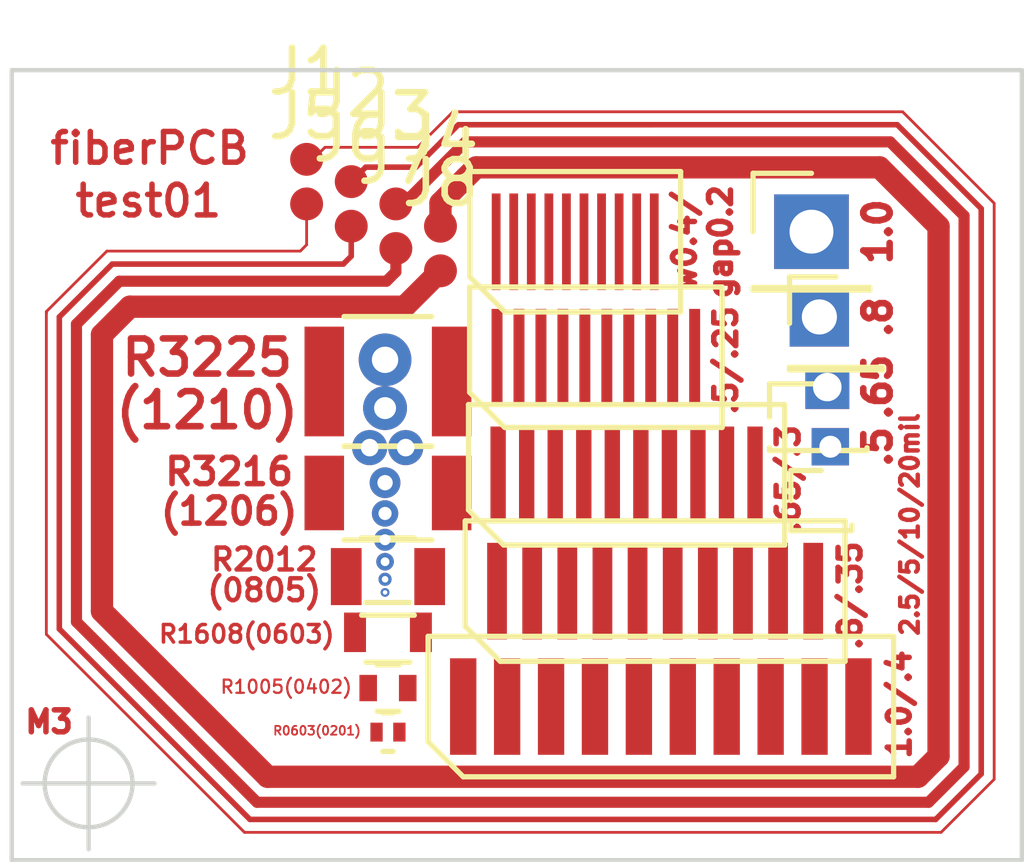
<source format=kicad_pcb>
(kicad_pcb (version 20171130) (host pcbnew "(5.1.6-0-10_14)")

  (general
    (thickness 1.6)
    (drawings 29)
    (tracks 67)
    (zones 0)
    (modules 23)
    (nets 5)
  )

  (page A4)
  (layers
    (0 F.Cu signal)
    (31 B.Cu signal)
    (32 B.Adhes user)
    (33 F.Adhes user)
    (34 B.Paste user)
    (35 F.Paste user)
    (36 B.SilkS user)
    (37 F.SilkS user hide)
    (38 B.Mask user)
    (39 F.Mask user)
    (40 Dwgs.User user)
    (41 Cmts.User user)
    (42 Eco1.User user)
    (43 Eco2.User user)
    (44 Edge.Cuts user)
    (45 Margin user)
    (46 B.CrtYd user hide)
    (47 F.CrtYd user hide)
    (48 B.Fab user hide)
    (49 F.Fab user hide)
  )

  (setup
    (last_trace_width 0.25)
    (user_trace_width 0.0635)
    (user_trace_width 0.127)
    (user_trace_width 0.254)
    (user_trace_width 0.508)
    (trace_clearance 0.2)
    (zone_clearance 0.508)
    (zone_45_only no)
    (trace_min 0.0254)
    (via_size 0.8)
    (via_drill 0.4)
    (via_min_size 0.0254)
    (via_min_drill 0.3)
    (uvia_size 0.3)
    (uvia_drill 0.1)
    (uvias_allowed no)
    (uvia_min_size 0.0254)
    (uvia_min_drill 0.1)
    (edge_width 0.1)
    (segment_width 0.2)
    (pcb_text_width 0.3)
    (pcb_text_size 1.5 1.5)
    (mod_edge_width 0.15)
    (mod_text_size 1 1)
    (mod_text_width 0.15)
    (pad_size 1.7 1.7)
    (pad_drill 1)
    (pad_to_mask_clearance 0)
    (aux_axis_origin 0 0)
    (visible_elements FFFFFF7F)
    (pcbplotparams
      (layerselection 0x010fc_ffffffff)
      (usegerberextensions false)
      (usegerberattributes true)
      (usegerberadvancedattributes true)
      (creategerberjobfile true)
      (excludeedgelayer true)
      (linewidth 0.100000)
      (plotframeref false)
      (viasonmask false)
      (mode 1)
      (useauxorigin false)
      (hpglpennumber 1)
      (hpglpenspeed 20)
      (hpglpendiameter 15.000000)
      (psnegative false)
      (psa4output false)
      (plotreference true)
      (plotvalue true)
      (plotinvisibletext false)
      (padsonsilk false)
      (subtractmaskfromsilk false)
      (outputformat 1)
      (mirror false)
      (drillshape 1)
      (scaleselection 1)
      (outputdirectory ""))
  )

  (net 0 "")
  (net 1 "Net-(J1-Pad1)")
  (net 2 "Net-(J2-Pad1)")
  (net 3 "Net-(J3-Pad1)")
  (net 4 "Net-(J4-Pad1)")

  (net_class Default "This is the default net class."
    (clearance 0.2)
    (trace_width 0.25)
    (via_dia 0.8)
    (via_drill 0.4)
    (uvia_dia 0.3)
    (uvia_drill 0.1)
    (add_net "Net-(J1-Pad1)")
    (add_net "Net-(J2-Pad1)")
    (add_net "Net-(J3-Pad1)")
    (add_net "Net-(J4-Pad1)")
  )

  (module Pin_Headers:Pin_Header_Straight_1x01_Pitch2.54mm (layer F.Cu) (tedit 6009FC26) (tstamp 600956D1)
    (at 165.21 41.68)
    (descr "Through hole straight pin header, 1x01, 2.54mm pitch, single row")
    (tags "Through hole pin header THT 1x01 2.54mm single row")
    (path /600C2F8F)
    (fp_text reference PH_Pitch2.54 (at 0 -2.33) (layer F.SilkS) hide
      (effects (font (size 1 1) (thickness 0.15)))
    )
    (fp_text value Conn_01x01_Male (at 0 2.33) (layer F.Fab)
      (effects (font (size 1 1) (thickness 0.15)))
    )
    (fp_line (start 1.8 -1.8) (end -1.8 -1.8) (layer F.CrtYd) (width 0.05))
    (fp_line (start 1.8 1.8) (end 1.8 -1.8) (layer F.CrtYd) (width 0.05))
    (fp_line (start -1.8 1.8) (end 1.8 1.8) (layer F.CrtYd) (width 0.05))
    (fp_line (start -1.8 -1.8) (end -1.8 1.8) (layer F.CrtYd) (width 0.05))
    (fp_line (start -1.33 -1.33) (end 0 -1.33) (layer F.SilkS) (width 0.12))
    (fp_line (start -1.33 0) (end -1.33 -1.33) (layer F.SilkS) (width 0.12))
    (fp_line (start -1.33 1.27) (end 1.33 1.27) (layer F.SilkS) (width 0.12))
    (fp_line (start 1.33 1.27) (end 1.33 1.33) (layer F.SilkS) (width 0.12))
    (fp_line (start -1.33 1.27) (end -1.33 1.33) (layer F.SilkS) (width 0.12))
    (fp_line (start -1.33 1.33) (end 1.33 1.33) (layer F.SilkS) (width 0.12))
    (fp_line (start -1.27 -0.635) (end -0.635 -1.27) (layer F.Fab) (width 0.1))
    (fp_line (start -1.27 1.27) (end -1.27 -0.635) (layer F.Fab) (width 0.1))
    (fp_line (start 1.27 1.27) (end -1.27 1.27) (layer F.Fab) (width 0.1))
    (fp_line (start 1.27 -1.27) (end 1.27 1.27) (layer F.Fab) (width 0.1))
    (fp_line (start -0.635 -1.27) (end 1.27 -1.27) (layer F.Fab) (width 0.1))
    (fp_text user %R (at 0 0 -270) (layer F.Fab)
      (effects (font (size 1 1) (thickness 0.15)))
    )
    (pad 1 thru_hole rect (at 0 0) (size 1.7 1.7) (drill 1) (layers *.Cu *.Mask))
    (model ${KISYS3DMOD}/Pin_Headers.3dshapes/Pin_Header_Straight_1x01_Pitch2.54mm.wrl
      (at (xyz 0 0 0))
      (scale (xyz 1 1 1))
      (rotate (xyz 0 0 0))
    )
  )

  (module fiberPCB:Checkpoint (layer F.Cu) (tedit 6009EEEC) (tstamp 6009231A)
    (at 156.762 42.572)
    (descr "Circular Fiducial, 0.75mm bare copper top; 1.5mm keepout (Level B)")
    (tags marker)
    (path /60097B96)
    (attr virtual)
    (fp_text reference J8 (at 0 -2) (layer F.SilkS)
      (effects (font (size 1 1) (thickness 0.15)))
    )
    (fp_text value Conn_01x01_Male (at 0 2) (layer F.Fab)
      (effects (font (size 1 1) (thickness 0.15)))
    )
    (fp_circle (center 0 0) (end 0.75 0) (layer F.Fab) (width 0.1))
    (fp_circle (center 0 0) (end 1 0) (layer F.CrtYd) (width 0.05))
    (fp_text user %R (at 0 0) (layer F.Fab)
      (effects (font (size 0.3 0.3) (thickness 0.05)))
    )
    (pad 1 smd circle (at 0 0) (size 0.75 0.75) (layers F.Cu F.Mask)
      (net 4 "Net-(J4-Pad1)") (solder_mask_margin 0.375) (clearance 0.375))
  )

  (module fiberPCB:Checkpoint (layer F.Cu) (tedit 6009EEEC) (tstamp 60092312)
    (at 155.746 42.064)
    (descr "Circular Fiducial, 0.75mm bare copper top; 1.5mm keepout (Level B)")
    (tags marker)
    (path /60096F18)
    (attr virtual)
    (fp_text reference J7 (at 0 -2) (layer F.SilkS)
      (effects (font (size 1 1) (thickness 0.15)))
    )
    (fp_text value Conn_01x01_Male (at 0 2) (layer F.Fab)
      (effects (font (size 1 1) (thickness 0.15)))
    )
    (fp_circle (center 0 0) (end 0.75 0) (layer F.Fab) (width 0.1))
    (fp_circle (center 0 0) (end 1 0) (layer F.CrtYd) (width 0.05))
    (fp_text user %R (at 0 0) (layer F.Fab)
      (effects (font (size 0.3 0.3) (thickness 0.05)))
    )
    (pad 1 smd circle (at 0 0) (size 0.75 0.75) (layers F.Cu F.Mask)
      (net 3 "Net-(J3-Pad1)") (solder_mask_margin 0.375) (clearance 0.375))
  )

  (module fiberPCB:Checkpoint (layer F.Cu) (tedit 6009EEEC) (tstamp 6009230A)
    (at 154.73 41.556)
    (descr "Circular Fiducial, 0.75mm bare copper top; 1.5mm keepout (Level B)")
    (tags marker)
    (path /60095C68)
    (attr virtual)
    (fp_text reference J6 (at 0 -2) (layer F.SilkS)
      (effects (font (size 1 1) (thickness 0.15)))
    )
    (fp_text value Conn_01x01_Male (at 0 2) (layer F.Fab)
      (effects (font (size 1 1) (thickness 0.15)))
    )
    (fp_circle (center 0 0) (end 0.75 0) (layer F.Fab) (width 0.1))
    (fp_circle (center 0 0) (end 1 0) (layer F.CrtYd) (width 0.05))
    (fp_text user %R (at 0 0) (layer F.Fab)
      (effects (font (size 0.3 0.3) (thickness 0.05)))
    )
    (pad 1 smd circle (at 0 0) (size 0.75 0.75) (layers F.Cu F.Mask)
      (net 2 "Net-(J2-Pad1)") (solder_mask_margin 0.375) (clearance 0.375))
  )

  (module fiberPCB:Checkpoint (layer F.Cu) (tedit 6009EEEC) (tstamp 60092302)
    (at 153.714 41.048)
    (descr "Circular Fiducial, 0.75mm bare copper top; 1.5mm keepout (Level B)")
    (tags marker)
    (path /600940F3)
    (attr virtual)
    (fp_text reference J5 (at 0 -2) (layer F.SilkS)
      (effects (font (size 1 1) (thickness 0.15)))
    )
    (fp_text value Conn_01x01_Male (at 0 2) (layer F.Fab)
      (effects (font (size 1 1) (thickness 0.15)))
    )
    (fp_circle (center 0 0) (end 0.75 0) (layer F.Fab) (width 0.1))
    (fp_circle (center 0 0) (end 1 0) (layer F.CrtYd) (width 0.05))
    (fp_text user %R (at 0 0) (layer F.Fab)
      (effects (font (size 0.3 0.3) (thickness 0.05)))
    )
    (pad 1 smd circle (at 0 0) (size 0.75 0.75) (layers F.Cu F.Mask)
      (net 1 "Net-(J1-Pad1)") (solder_mask_margin 0.375) (clearance 0.375))
  )

  (module fiberPCB:Checkpoint (layer F.Cu) (tedit 6009EEEC) (tstamp 600922FA)
    (at 156.762 41.556)
    (descr "Circular Fiducial, 0.75mm bare copper top; 1.5mm keepout (Level B)")
    (tags marker)
    (path /60097B8C)
    (attr virtual)
    (fp_text reference J4 (at 0 -2) (layer F.SilkS)
      (effects (font (size 1 1) (thickness 0.15)))
    )
    (fp_text value Conn_01x01_Male (at 0 2) (layer F.Fab)
      (effects (font (size 1 1) (thickness 0.15)))
    )
    (fp_circle (center 0 0) (end 0.75 0) (layer F.Fab) (width 0.1))
    (fp_circle (center 0 0) (end 1 0) (layer F.CrtYd) (width 0.05))
    (fp_text user %R (at 0 0) (layer F.Fab)
      (effects (font (size 0.3 0.3) (thickness 0.05)))
    )
    (pad 1 smd circle (at 0 0) (size 0.75 0.75) (layers F.Cu F.Mask)
      (net 4 "Net-(J4-Pad1)") (solder_mask_margin 0.375) (clearance 0.375))
  )

  (module fiberPCB:Checkpoint (layer F.Cu) (tedit 6009EEEC) (tstamp 600922F2)
    (at 155.746 41.048)
    (descr "Circular Fiducial, 0.75mm bare copper top; 1.5mm keepout (Level B)")
    (tags marker)
    (path /60096F0E)
    (attr virtual)
    (fp_text reference J3 (at 0 -2) (layer F.SilkS)
      (effects (font (size 1 1) (thickness 0.15)))
    )
    (fp_text value Conn_01x01_Male (at 0 2) (layer F.Fab)
      (effects (font (size 1 1) (thickness 0.15)))
    )
    (fp_circle (center 0 0) (end 0.75 0) (layer F.Fab) (width 0.1))
    (fp_circle (center 0 0) (end 1 0) (layer F.CrtYd) (width 0.05))
    (fp_text user %R (at 0 0) (layer F.Fab)
      (effects (font (size 0.3 0.3) (thickness 0.05)))
    )
    (pad 1 smd circle (at 0 0) (size 0.75 0.75) (layers F.Cu F.Mask)
      (net 3 "Net-(J3-Pad1)") (solder_mask_margin 0.375) (clearance 0.375))
  )

  (module fiberPCB:Checkpoint (layer F.Cu) (tedit 6009EEEC) (tstamp 600922EA)
    (at 154.73 40.54)
    (descr "Circular Fiducial, 0.75mm bare copper top; 1.5mm keepout (Level B)")
    (tags marker)
    (path /60095C5E)
    (attr virtual)
    (fp_text reference J2 (at 0 -2) (layer F.SilkS)
      (effects (font (size 1 1) (thickness 0.15)))
    )
    (fp_text value Conn_01x01_Male (at 0 2) (layer F.Fab)
      (effects (font (size 1 1) (thickness 0.15)))
    )
    (fp_circle (center 0 0) (end 0.75 0) (layer F.Fab) (width 0.1))
    (fp_circle (center 0 0) (end 1 0) (layer F.CrtYd) (width 0.05))
    (fp_text user %R (at 0 0) (layer F.Fab)
      (effects (font (size 0.3 0.3) (thickness 0.05)))
    )
    (pad 1 smd circle (at 0 0) (size 0.75 0.75) (layers F.Cu F.Mask)
      (net 2 "Net-(J2-Pad1)") (solder_mask_margin 0.375) (clearance 0.375))
  )

  (module fiberPCB:Checkpoint (layer F.Cu) (tedit 6009EEEC) (tstamp 60092526)
    (at 153.714 40.032)
    (descr "Circular Fiducial, 0.75mm bare copper top; 1.5mm keepout (Level B)")
    (tags marker)
    (path /60093B36)
    (attr virtual)
    (fp_text reference J1 (at 0 -2) (layer F.SilkS)
      (effects (font (size 1 1) (thickness 0.15)))
    )
    (fp_text value Conn_01x01_Male (at 0 2) (layer F.Fab)
      (effects (font (size 1 1) (thickness 0.15)))
    )
    (fp_circle (center 0 0) (end 0.75 0) (layer F.Fab) (width 0.1))
    (fp_circle (center 0 0) (end 1 0) (layer F.CrtYd) (width 0.05))
    (fp_text user %R (at 0 0) (layer F.Fab)
      (effects (font (size 0.3 0.3) (thickness 0.05)))
    )
    (pad 1 smd circle (at 0 0) (size 0.75 0.75) (layers F.Cu F.Mask)
      (net 1 "Net-(J1-Pad1)") (solder_mask_margin 0.375) (clearance 0.375))
  )

  (module fiberPCB:SOIC-10-0.4-gap0.2 (layer F.Cu) (tedit 0) (tstamp 60095669)
    (at 159.83 41.91)
    (path /600C47A1)
    (attr smd)
    (fp_text reference P.1 (at 0 2.6) (layer F.SilkS) hide
      (effects (font (size 1 1) (thickness 0.15)))
    )
    (fp_text value Conn_01x10_Male (at 0 -2.6) (layer F.Fab)
      (effects (font (size 1 1) (thickness 0.15)))
    )
    (fp_line (start -1.6 1.6) (end -2.4 0.8) (layer F.SilkS) (width 0.12))
    (fp_line (start -2.4 0.8) (end -2.4 -1.6) (layer F.SilkS) (width 0.12))
    (fp_line (start -2.4 -1.6) (end 2.4 -1.6) (layer F.SilkS) (width 0.12))
    (fp_line (start 2.4 -1.6) (end 2.4 1.6) (layer F.SilkS) (width 0.12))
    (fp_line (start 2.4 1.6) (end -1.6 1.6) (layer F.SilkS) (width 0.12))
    (fp_line (start -2.15 -1.35) (end 2.15 -1.35) (layer F.CrtYd) (width 0.05))
    (fp_line (start 2.15 -1.35) (end 2.15 1.35) (layer F.CrtYd) (width 0.05))
    (fp_line (start 2.15 1.35) (end -2.15 1.35) (layer F.CrtYd) (width 0.05))
    (fp_line (start -2.15 1.35) (end -2.15 -1.35) (layer F.CrtYd) (width 0.05))
    (pad 10 smd rect (at 1.8 0) (size 0.2 2.2) (layers F.Cu F.Paste F.Mask))
    (pad 9 smd rect (at 1.4 0) (size 0.2 2.2) (layers F.Cu F.Paste F.Mask))
    (pad 8 smd rect (at 1 0) (size 0.2 2.2) (layers F.Cu F.Paste F.Mask))
    (pad 7 smd rect (at 0.6 0) (size 0.2 2.2) (layers F.Cu F.Paste F.Mask))
    (pad 6 smd rect (at 0.2 0) (size 0.2 2.2) (layers F.Cu F.Paste F.Mask))
    (pad 5 smd rect (at -0.2 0) (size 0.2 2.2) (layers F.Cu F.Paste F.Mask))
    (pad 4 smd rect (at -0.6 0) (size 0.2 2.2) (layers F.Cu F.Paste F.Mask))
    (pad 3 smd rect (at -1 0) (size 0.2 2.2) (layers F.Cu F.Paste F.Mask))
    (pad 2 smd rect (at -1.4 0) (size 0.2 2.2) (layers F.Cu F.Paste F.Mask))
    (pad 1 smd rect (at -1.8 0) (size 0.2 2.2) (layers F.Cu F.Paste F.Mask))
  )

  (module Resistors_SMD:R_1210 (layer F.Cu) (tedit 58E0A804) (tstamp 600956E3)
    (at 155.5663 45.0937)
    (descr "Resistor SMD 1210, reflow soldering, Vishay (see dcrcw.pdf)")
    (tags "resistor 1210")
    (path /600B8FB5)
    (attr smd)
    (fp_text reference "R3225(1210)1" (at -7.0866 -0.0127) (layer F.SilkS) hide
      (effects (font (size 1 1) (thickness 0.15)))
    )
    (fp_text value Conn_01x02_Male (at 0 2.4) (layer F.Fab)
      (effects (font (size 1 1) (thickness 0.15)))
    )
    (fp_line (start 2.15 1.5) (end -2.15 1.5) (layer F.CrtYd) (width 0.05))
    (fp_line (start 2.15 1.5) (end 2.15 -1.5) (layer F.CrtYd) (width 0.05))
    (fp_line (start -2.15 -1.5) (end -2.15 1.5) (layer F.CrtYd) (width 0.05))
    (fp_line (start -2.15 -1.5) (end 2.15 -1.5) (layer F.CrtYd) (width 0.05))
    (fp_line (start -1 -1.48) (end 1 -1.48) (layer F.SilkS) (width 0.12))
    (fp_line (start 1 1.48) (end -1 1.48) (layer F.SilkS) (width 0.12))
    (fp_line (start -1.6 -1.25) (end 1.6 -1.25) (layer F.Fab) (width 0.1))
    (fp_line (start 1.6 -1.25) (end 1.6 1.25) (layer F.Fab) (width 0.1))
    (fp_line (start 1.6 1.25) (end -1.6 1.25) (layer F.Fab) (width 0.1))
    (fp_line (start -1.6 1.25) (end -1.6 -1.25) (layer F.Fab) (width 0.1))
    (fp_text user %R (at 0 0) (layer F.Fab)
      (effects (font (size 0.7 0.7) (thickness 0.105)))
    )
    (pad 1 smd rect (at -1.45 0) (size 0.9 2.5) (layers F.Cu F.Paste F.Mask))
    (pad 2 smd rect (at 1.45 0) (size 0.9 2.5) (layers F.Cu F.Paste F.Mask))
    (model ${KISYS3DMOD}/Resistors_SMD.3dshapes/R_1210.wrl
      (at (xyz 0 0 0))
      (scale (xyz 1 1 1))
      (rotate (xyz 0 0 0))
    )
  )

  (module Resistors_SMD:R_1206 (layer F.Cu) (tedit 58E0A804) (tstamp 600956E0)
    (at 155.5663 47.6337)
    (descr "Resistor SMD 1206, reflow soldering, Vishay (see dcrcw.pdf)")
    (tags "resistor 1206")
    (path /600B1D49)
    (attr smd)
    (fp_text reference "R3216(1206)1" (at -6.0579 0) (layer F.SilkS) hide
      (effects (font (size 0.8 0.8) (thickness 0.15)))
    )
    (fp_text value Conn_01x02_Male (at 0 1.95) (layer F.Fab)
      (effects (font (size 1 1) (thickness 0.15)))
    )
    (fp_line (start 2.15 1.1) (end -2.15 1.1) (layer F.CrtYd) (width 0.05))
    (fp_line (start 2.15 1.1) (end 2.15 -1.11) (layer F.CrtYd) (width 0.05))
    (fp_line (start -2.15 -1.11) (end -2.15 1.1) (layer F.CrtYd) (width 0.05))
    (fp_line (start -2.15 -1.11) (end 2.15 -1.11) (layer F.CrtYd) (width 0.05))
    (fp_line (start -1 -1.07) (end 1 -1.07) (layer F.SilkS) (width 0.12))
    (fp_line (start 1 1.07) (end -1 1.07) (layer F.SilkS) (width 0.12))
    (fp_line (start -1.6 -0.8) (end 1.6 -0.8) (layer F.Fab) (width 0.1))
    (fp_line (start 1.6 -0.8) (end 1.6 0.8) (layer F.Fab) (width 0.1))
    (fp_line (start 1.6 0.8) (end -1.6 0.8) (layer F.Fab) (width 0.1))
    (fp_line (start -1.6 0.8) (end -1.6 -0.8) (layer F.Fab) (width 0.1))
    (fp_text user %R (at 0 0) (layer F.Fab)
      (effects (font (size 0.7 0.7) (thickness 0.105)))
    )
    (pad 1 smd rect (at -1.45 0) (size 0.9 1.7) (layers F.Cu F.Paste F.Mask))
    (pad 2 smd rect (at 1.45 0) (size 0.9 1.7) (layers F.Cu F.Paste F.Mask))
    (model ${KISYS3DMOD}/Resistors_SMD.3dshapes/R_1206.wrl
      (at (xyz 0 0 0))
      (scale (xyz 1 1 1))
      (rotate (xyz 0 0 0))
    )
  )

  (module Resistors_SMD:R_0805 (layer F.Cu) (tedit 58E0A804) (tstamp 600956DD)
    (at 155.5663 49.5387)
    (descr "Resistor SMD 0805, reflow soldering, Vishay (see dcrcw.pdf)")
    (tags "resistor 0805")
    (path /600B1466)
    (attr smd)
    (fp_text reference "R2012(0805)1" (at -4.445 0.0254) (layer F.SilkS) hide
      (effects (font (size 0.6 0.6) (thickness 0.15)))
    )
    (fp_text value Conn_01x02_Male (at 0 1.75) (layer F.Fab)
      (effects (font (size 1 1) (thickness 0.15)))
    )
    (fp_line (start 1.55 0.9) (end -1.55 0.9) (layer F.CrtYd) (width 0.05))
    (fp_line (start 1.55 0.9) (end 1.55 -0.9) (layer F.CrtYd) (width 0.05))
    (fp_line (start -1.55 -0.9) (end -1.55 0.9) (layer F.CrtYd) (width 0.05))
    (fp_line (start -1.55 -0.9) (end 1.55 -0.9) (layer F.CrtYd) (width 0.05))
    (fp_line (start -0.6 -0.88) (end 0.6 -0.88) (layer F.SilkS) (width 0.12))
    (fp_line (start 0.6 0.88) (end -0.6 0.88) (layer F.SilkS) (width 0.12))
    (fp_line (start -1 -0.62) (end 1 -0.62) (layer F.Fab) (width 0.1))
    (fp_line (start 1 -0.62) (end 1 0.62) (layer F.Fab) (width 0.1))
    (fp_line (start 1 0.62) (end -1 0.62) (layer F.Fab) (width 0.1))
    (fp_line (start -1 0.62) (end -1 -0.62) (layer F.Fab) (width 0.1))
    (fp_text user %R (at 0 0) (layer F.Fab)
      (effects (font (size 0.5 0.5) (thickness 0.075)))
    )
    (pad 1 smd rect (at -0.95 0) (size 0.7 1.3) (layers F.Cu F.Paste F.Mask))
    (pad 2 smd rect (at 0.95 0) (size 0.7 1.3) (layers F.Cu F.Paste F.Mask))
    (model ${KISYS3DMOD}/Resistors_SMD.3dshapes/R_0805.wrl
      (at (xyz 0 0 0))
      (scale (xyz 1 1 1))
      (rotate (xyz 0 0 0))
    )
  )

  (module Resistors_SMD:R_0603 (layer F.Cu) (tedit 58E0A804) (tstamp 600956DA)
    (at 155.5663 50.8087)
    (descr "Resistor SMD 0603, reflow soldering, Vishay (see dcrcw.pdf)")
    (tags "resistor 0603")
    (path /600AFE65)
    (attr smd)
    (fp_text reference "R1608(0603)1" (at -3.1623 0) (layer F.SilkS) hide
      (effects (font (size 0.4 0.4) (thickness 0.1)))
    )
    (fp_text value Conn_01x02_Male (at 0 1.5) (layer F.Fab)
      (effects (font (size 1 1) (thickness 0.15)))
    )
    (fp_line (start 1.25 0.7) (end -1.25 0.7) (layer F.CrtYd) (width 0.05))
    (fp_line (start 1.25 0.7) (end 1.25 -0.7) (layer F.CrtYd) (width 0.05))
    (fp_line (start -1.25 -0.7) (end -1.25 0.7) (layer F.CrtYd) (width 0.05))
    (fp_line (start -1.25 -0.7) (end 1.25 -0.7) (layer F.CrtYd) (width 0.05))
    (fp_line (start -0.5 -0.68) (end 0.5 -0.68) (layer F.SilkS) (width 0.12))
    (fp_line (start 0.5 0.68) (end -0.5 0.68) (layer F.SilkS) (width 0.12))
    (fp_line (start -0.8 -0.4) (end 0.8 -0.4) (layer F.Fab) (width 0.1))
    (fp_line (start 0.8 -0.4) (end 0.8 0.4) (layer F.Fab) (width 0.1))
    (fp_line (start 0.8 0.4) (end -0.8 0.4) (layer F.Fab) (width 0.1))
    (fp_line (start -0.8 0.4) (end -0.8 -0.4) (layer F.Fab) (width 0.1))
    (fp_text user %R (at 0 0) (layer F.Fab)
      (effects (font (size 0.4 0.4) (thickness 0.075)))
    )
    (pad 1 smd rect (at -0.75 0) (size 0.5 0.9) (layers F.Cu F.Paste F.Mask))
    (pad 2 smd rect (at 0.75 0) (size 0.5 0.9) (layers F.Cu F.Paste F.Mask))
    (model ${KISYS3DMOD}/Resistors_SMD.3dshapes/R_0603.wrl
      (at (xyz 0 0 0))
      (scale (xyz 1 1 1))
      (rotate (xyz 0 0 0))
    )
  )

  (module Resistors_SMD:R_0402 (layer F.Cu) (tedit 58E0A804) (tstamp 60096377)
    (at 155.5663 52.0787)
    (descr "Resistor SMD 0402, reflow soldering, Vishay (see dcrcw.pdf)")
    (tags "resistor 0402")
    (path /600B41BA)
    (attr smd)
    (fp_text reference "R1005(0402)1" (at -2.3368 0) (layer F.SilkS) hide
      (effects (font (size 0.3 0.3) (thickness 0.075)))
    )
    (fp_text value Conn_01x02_Male (at 0 1.45) (layer F.Fab)
      (effects (font (size 1 1) (thickness 0.15)))
    )
    (fp_line (start 0.8 0.45) (end -0.8 0.45) (layer F.CrtYd) (width 0.05))
    (fp_line (start 0.8 0.45) (end 0.8 -0.45) (layer F.CrtYd) (width 0.05))
    (fp_line (start -0.8 -0.45) (end -0.8 0.45) (layer F.CrtYd) (width 0.05))
    (fp_line (start -0.8 -0.45) (end 0.8 -0.45) (layer F.CrtYd) (width 0.05))
    (fp_line (start -0.25 0.53) (end 0.25 0.53) (layer F.SilkS) (width 0.12))
    (fp_line (start 0.25 -0.53) (end -0.25 -0.53) (layer F.SilkS) (width 0.12))
    (fp_line (start -0.5 -0.25) (end 0.5 -0.25) (layer F.Fab) (width 0.1))
    (fp_line (start 0.5 -0.25) (end 0.5 0.25) (layer F.Fab) (width 0.1))
    (fp_line (start 0.5 0.25) (end -0.5 0.25) (layer F.Fab) (width 0.1))
    (fp_line (start -0.5 0.25) (end -0.5 -0.25) (layer F.Fab) (width 0.1))
    (fp_text user %R (at 0 -1.35) (layer F.Fab)
      (effects (font (size 1 1) (thickness 0.15)))
    )
    (pad 1 smd rect (at -0.45 0) (size 0.4 0.6) (layers F.Cu F.Paste F.Mask))
    (pad 2 smd rect (at 0.45 0) (size 0.4 0.6) (layers F.Cu F.Paste F.Mask))
    (model ${KISYS3DMOD}/Resistors_SMD.3dshapes/R_0402.wrl
      (at (xyz 0 0 0))
      (scale (xyz 1 1 1))
      (rotate (xyz 0 0 0))
    )
  )

  (module Resistors_SMD:R_0201 (layer F.Cu) (tedit 58E0A804) (tstamp 600963A7)
    (at 155.5663 53.082)
    (descr "Resistor SMD 0201, reflow soldering, Vishay (see crcw0201e3.pdf)")
    (tags "resistor 0201")
    (path /600B6EEB)
    (attr smd)
    (fp_text reference "R0603(0201)1" (at -1.6129 0) (layer F.SilkS) hide
      (effects (font (size 0.2 0.2) (thickness 0.05)))
    )
    (fp_text value Conn_01x02_Male (at 0 1.3) (layer F.Fab)
      (effects (font (size 1 1) (thickness 0.15)))
    )
    (fp_line (start 0.55 0.36) (end -0.55 0.36) (layer F.CrtYd) (width 0.05))
    (fp_line (start 0.55 0.36) (end 0.55 -0.37) (layer F.CrtYd) (width 0.05))
    (fp_line (start -0.55 -0.37) (end -0.55 0.36) (layer F.CrtYd) (width 0.05))
    (fp_line (start -0.55 -0.37) (end 0.55 -0.37) (layer F.CrtYd) (width 0.05))
    (fp_line (start -0.12 0.44) (end 0.12 0.44) (layer F.SilkS) (width 0.12))
    (fp_line (start 0.12 -0.44) (end -0.12 -0.44) (layer F.SilkS) (width 0.12))
    (fp_line (start -0.3 -0.15) (end 0.3 -0.15) (layer F.Fab) (width 0.1))
    (fp_line (start 0.3 -0.15) (end 0.3 0.15) (layer F.Fab) (width 0.1))
    (fp_line (start 0.3 0.15) (end -0.3 0.15) (layer F.Fab) (width 0.1))
    (fp_line (start -0.3 0.15) (end -0.3 -0.15) (layer F.Fab) (width 0.1))
    (fp_text user %R (at 0 -1.25) (layer F.Fab)
      (effects (font (size 1 1) (thickness 0.15)))
    )
    (pad 1 smd rect (at -0.26 0) (size 0.28 0.43) (layers F.Cu F.Paste F.Mask))
    (pad 2 smd rect (at 0.26 0) (size 0.28 0.43) (layers F.Cu F.Paste F.Mask))
    (model ${KISYS3DMOD}/Resistors_SMD.3dshapes/R_0201.wrl
      (at (xyz 0 0 0))
      (scale (xyz 1 1 1))
      (rotate (xyz 0 0 0))
    )
  )

  (module Pin_Headers:Pin_Header_Straight_1x01_Pitch2.00mm (layer F.Cu) (tedit 6009F692) (tstamp 600956CE)
    (at 165.77 43.77)
    (descr "Through hole straight pin header, 1x01, 2.00mm pitch, single row")
    (tags "Through hole pin header THT 1x01 2.00mm single row")
    (path /600C18C8)
    (fp_text reference PH_Pitch2.00 (at 0 -2.06) (layer F.SilkS) hide
      (effects (font (size 1 1) (thickness 0.15)))
    )
    (fp_text value Conn_01x01_Male (at 0 2.06) (layer F.Fab)
      (effects (font (size 1 1) (thickness 0.15)))
    )
    (fp_line (start 1.5 -1.5) (end -1.5 -1.5) (layer F.CrtYd) (width 0.05))
    (fp_line (start 1.5 1.5) (end 1.5 -1.5) (layer F.CrtYd) (width 0.05))
    (fp_line (start -1.5 1.5) (end 1.5 1.5) (layer F.CrtYd) (width 0.05))
    (fp_line (start -1.5 -1.5) (end -1.5 1.5) (layer F.CrtYd) (width 0.05))
    (fp_line (start -1.06 -1.06) (end 0 -1.06) (layer F.SilkS) (width 0.12))
    (fp_line (start -1.06 0) (end -1.06 -1.06) (layer F.SilkS) (width 0.12))
    (fp_line (start -1.06 1) (end 1.06 1) (layer F.SilkS) (width 0.12))
    (fp_line (start 1.06 1) (end 1.06 1.06) (layer F.SilkS) (width 0.12))
    (fp_line (start -1.06 1) (end -1.06 1.06) (layer F.SilkS) (width 0.12))
    (fp_line (start -1.06 1.06) (end 1.06 1.06) (layer F.SilkS) (width 0.12))
    (fp_line (start -1 -0.5) (end -0.5 -1) (layer F.Fab) (width 0.1))
    (fp_line (start -1 1) (end -1 -0.5) (layer F.Fab) (width 0.1))
    (fp_line (start 1 1) (end -1 1) (layer F.Fab) (width 0.1))
    (fp_line (start 1 -1) (end 1 1) (layer F.Fab) (width 0.1))
    (fp_line (start -0.5 -1) (end 1 -1) (layer F.Fab) (width 0.1))
    (fp_text user %R (at 0 0 -270) (layer F.Fab)
      (effects (font (size 1 1) (thickness 0.15)))
    )
    (pad 1 thru_hole rect (at -0.38 -0.147) (size 1.35 1.35) (drill 0.8) (layers *.Cu *.Mask))
    (model ${KISYS3DMOD}/Pin_Headers.3dshapes/Pin_Header_Straight_1x01_Pitch2.00mm.wrl
      (at (xyz 0 0 0))
      (scale (xyz 1 1 1))
      (rotate (xyz 0 0 0))
    )
  )

  (module Pin_Headers:Pin_Header_Straight_1x01_Pitch1.00mm (layer F.Cu) (tedit 6009F6AB) (tstamp 600956CB)
    (at 165.435 47.807)
    (descr "Through hole straight pin header, 1x01, 1.00mm pitch, single row")
    (tags "Through hole pin header THT 1x01 1.00mm single row")
    (path /600C05F6)
    (fp_text reference PH_Pitch1.00 (at 0 -1.56) (layer F.SilkS) hide
      (effects (font (size 1 1) (thickness 0.15)))
    )
    (fp_text value Conn_01x01_Male (at 0 1.56) (layer F.Fab)
      (effects (font (size 1 1) (thickness 0.15)))
    )
    (fp_line (start 1.15 -1) (end -1.15 -1) (layer F.CrtYd) (width 0.05))
    (fp_line (start 1.15 1) (end 1.15 -1) (layer F.CrtYd) (width 0.05))
    (fp_line (start -1.15 1) (end 1.15 1) (layer F.CrtYd) (width 0.05))
    (fp_line (start -1.15 -1) (end -1.15 1) (layer F.CrtYd) (width 0.05))
    (fp_line (start -0.695 -0.685) (end 0 -0.685) (layer F.SilkS) (width 0.12))
    (fp_line (start -0.695 0) (end -0.695 -0.685) (layer F.SilkS) (width 0.12))
    (fp_line (start 0.608276 0.685) (end 0.695 0.685) (layer F.SilkS) (width 0.12))
    (fp_line (start -0.695 0.685) (end -0.608276 0.685) (layer F.SilkS) (width 0.12))
    (fp_line (start 0.695 0.685) (end 0.695 0.56) (layer F.SilkS) (width 0.12))
    (fp_line (start -0.695 0.685) (end -0.695 0.56) (layer F.SilkS) (width 0.12))
    (fp_line (start -0.695 0.685) (end 0.695 0.685) (layer F.SilkS) (width 0.12))
    (fp_line (start -0.635 -0.1825) (end -0.3175 -0.5) (layer F.Fab) (width 0.1))
    (fp_line (start -0.635 0.5) (end -0.635 -0.1825) (layer F.Fab) (width 0.1))
    (fp_line (start 0.635 0.5) (end -0.635 0.5) (layer F.Fab) (width 0.1))
    (fp_line (start 0.635 -0.5) (end 0.635 0.5) (layer F.Fab) (width 0.1))
    (fp_line (start -0.3175 -0.5) (end 0.635 -0.5) (layer F.Fab) (width 0.1))
    (fp_text user %R (at 0 0 -270) (layer F.Fab)
      (effects (font (size 0.76 0.76) (thickness 0.114)))
    )
    (pad 1 thru_hole rect (at 0.205 -1.227) (size 0.85 0.85) (drill 0.5) (layers *.Cu *.Mask))
    (model ${KISYS3DMOD}/Pin_Headers.3dshapes/Pin_Header_Straight_1x01_Pitch1.00mm.wrl
      (at (xyz 0 0 0))
      (scale (xyz 1 1 1))
      (rotate (xyz 0 0 0))
    )
  )

  (module Pin_Headers:Pin_Header_Straight_1x01_Pitch1.27mm (layer F.Cu) (tedit 6009F69E) (tstamp 600956C8)
    (at 165.365 45.907)
    (descr "Through hole straight pin header, 1x01, 1.27mm pitch, single row")
    (tags "Through hole pin header THT 1x01 1.27mm single row")
    (path /600C0F74)
    (fp_text reference PH_Pitch1.27 (at 0 -1.695) (layer F.SilkS) hide
      (effects (font (size 1 1) (thickness 0.15)))
    )
    (fp_text value Conn_01x01_Male (at 0 1.695) (layer F.Fab)
      (effects (font (size 1 1) (thickness 0.15)))
    )
    (fp_line (start 1.55 -1.15) (end -1.55 -1.15) (layer F.CrtYd) (width 0.05))
    (fp_line (start 1.55 1.15) (end 1.55 -1.15) (layer F.CrtYd) (width 0.05))
    (fp_line (start -1.55 1.15) (end 1.55 1.15) (layer F.CrtYd) (width 0.05))
    (fp_line (start -1.55 -1.15) (end -1.55 1.15) (layer F.CrtYd) (width 0.05))
    (fp_line (start -1.11 -0.76) (end 0 -0.76) (layer F.SilkS) (width 0.12))
    (fp_line (start -1.11 0) (end -1.11 -0.76) (layer F.SilkS) (width 0.12))
    (fp_line (start 0.563471 0.76) (end 1.11 0.76) (layer F.SilkS) (width 0.12))
    (fp_line (start -1.11 0.76) (end -0.563471 0.76) (layer F.SilkS) (width 0.12))
    (fp_line (start 1.11 0.76) (end 1.11 0.695) (layer F.SilkS) (width 0.12))
    (fp_line (start -1.11 0.76) (end -1.11 0.695) (layer F.SilkS) (width 0.12))
    (fp_line (start -1.11 0.76) (end 1.11 0.76) (layer F.SilkS) (width 0.12))
    (fp_line (start -1.05 -0.11) (end -0.525 -0.635) (layer F.Fab) (width 0.1))
    (fp_line (start -1.05 0.635) (end -1.05 -0.11) (layer F.Fab) (width 0.1))
    (fp_line (start 1.05 0.635) (end -1.05 0.635) (layer F.Fab) (width 0.1))
    (fp_line (start 1.05 -0.635) (end 1.05 0.635) (layer F.Fab) (width 0.1))
    (fp_line (start -0.525 -0.635) (end 1.05 -0.635) (layer F.Fab) (width 0.1))
    (fp_text user %R (at 0 0 -270) (layer F.Fab)
      (effects (font (size 1 1) (thickness 0.15)))
    )
    (pad 1 thru_hole rect (at 0.205 -0.687) (size 1 1) (drill 0.65) (layers *.Cu *.Mask))
    (model ${KISYS3DMOD}/Pin_Headers.3dshapes/Pin_Header_Straight_1x01_Pitch1.27mm.wrl
      (at (xyz 0 0 0))
      (scale (xyz 1 1 1))
      (rotate (xyz 0 0 0))
    )
  )

  (module fiberPCB:SOIC-10-1.0-gap0.4 (layer F.Cu) (tedit 0) (tstamp 60096225)
    (at 161.78 52.5)
    (path /600CAFD7)
    (attr smd)
    (fp_text reference P5 (at 0 2.6) (layer F.SilkS) hide
      (effects (font (size 1 1) (thickness 0.15)))
    )
    (fp_text value Conn_01x10_Male (at 0 -2.6) (layer F.Fab)
      (effects (font (size 1 1) (thickness 0.15)))
    )
    (fp_line (start -4.5 1.6) (end -5.3 0.8) (layer F.SilkS) (width 0.12))
    (fp_line (start -5.3 0.8) (end -5.3 -1.6) (layer F.SilkS) (width 0.12))
    (fp_line (start -5.3 -1.6) (end 5.3 -1.6) (layer F.SilkS) (width 0.12))
    (fp_line (start 5.3 -1.6) (end 5.3 1.6) (layer F.SilkS) (width 0.12))
    (fp_line (start 5.3 1.6) (end -4.5 1.6) (layer F.SilkS) (width 0.12))
    (fp_line (start -5.05 -1.35) (end 5.05 -1.35) (layer F.CrtYd) (width 0.05))
    (fp_line (start 5.05 -1.35) (end 5.05 1.35) (layer F.CrtYd) (width 0.05))
    (fp_line (start 5.05 1.35) (end -5.05 1.35) (layer F.CrtYd) (width 0.05))
    (fp_line (start -5.05 1.35) (end -5.05 -1.35) (layer F.CrtYd) (width 0.05))
    (pad 10 smd rect (at 4.5 0) (size 0.6 2.2) (layers F.Cu F.Paste F.Mask))
    (pad 9 smd rect (at 3.5 0) (size 0.6 2.2) (layers F.Cu F.Paste F.Mask))
    (pad 8 smd rect (at 2.5 0) (size 0.6 2.2) (layers F.Cu F.Paste F.Mask))
    (pad 7 smd rect (at 1.5 0) (size 0.6 2.2) (layers F.Cu F.Paste F.Mask))
    (pad 6 smd rect (at 0.5 0) (size 0.6 2.2) (layers F.Cu F.Paste F.Mask))
    (pad 5 smd rect (at -0.5 0) (size 0.6 2.2) (layers F.Cu F.Paste F.Mask))
    (pad 4 smd rect (at -1.5 0) (size 0.6 2.2) (layers F.Cu F.Paste F.Mask))
    (pad 3 smd rect (at -2.5 0) (size 0.6 2.2) (layers F.Cu F.Paste F.Mask))
    (pad 2 smd rect (at -3.5 0) (size 0.6 2.2) (layers F.Cu F.Paste F.Mask))
    (pad 1 smd rect (at -4.5 0) (size 0.6 2.2) (layers F.Cu F.Paste F.Mask))
  )

  (module fiberPCB:SOIC-10-0.8-gap0.35 (layer F.Cu) (tedit 0) (tstamp 600960A7)
    (at 161.65 49.87)
    (path /600C964E)
    (attr smd)
    (fp_text reference P.4 (at 0 2.6) (layer F.SilkS) hide
      (effects (font (size 1 1) (thickness 0.15)))
    )
    (fp_text value Conn_01x10_Male (at 0 -2.6) (layer F.Fab)
      (effects (font (size 1 1) (thickness 0.15)))
    )
    (fp_line (start -3.525 1.6) (end -4.325 0.8) (layer F.SilkS) (width 0.12))
    (fp_line (start -4.325 0.8) (end -4.325 -1.6) (layer F.SilkS) (width 0.12))
    (fp_line (start -4.325 -1.6) (end 4.325 -1.6) (layer F.SilkS) (width 0.12))
    (fp_line (start 4.325 -1.6) (end 4.325 1.6) (layer F.SilkS) (width 0.12))
    (fp_line (start 4.325 1.6) (end -3.525 1.6) (layer F.SilkS) (width 0.12))
    (fp_line (start -4.08 -1.35) (end 4.08 -1.35) (layer F.CrtYd) (width 0.05))
    (fp_line (start 4.08 -1.35) (end 4.08 1.35) (layer F.CrtYd) (width 0.05))
    (fp_line (start 4.08 1.35) (end -4.08 1.35) (layer F.CrtYd) (width 0.05))
    (fp_line (start -4.08 1.35) (end -4.08 -1.35) (layer F.CrtYd) (width 0.05))
    (pad 10 smd rect (at 3.6 0) (size 0.45 2.2) (layers F.Cu F.Paste F.Mask))
    (pad 9 smd rect (at 2.8 0) (size 0.45 2.2) (layers F.Cu F.Paste F.Mask))
    (pad 8 smd rect (at 2 0) (size 0.45 2.2) (layers F.Cu F.Paste F.Mask))
    (pad 7 smd rect (at 1.2 0) (size 0.45 2.2) (layers F.Cu F.Paste F.Mask))
    (pad 6 smd rect (at 0.4 0) (size 0.45 2.2) (layers F.Cu F.Paste F.Mask))
    (pad 5 smd rect (at -0.4 0) (size 0.45 2.2) (layers F.Cu F.Paste F.Mask))
    (pad 4 smd rect (at -1.2 0) (size 0.45 2.2) (layers F.Cu F.Paste F.Mask))
    (pad 3 smd rect (at -2 0) (size 0.45 2.2) (layers F.Cu F.Paste F.Mask))
    (pad 2 smd rect (at -2.8 0) (size 0.45 2.2) (layers F.Cu F.Paste F.Mask))
    (pad 1 smd rect (at -3.6 0) (size 0.45 2.2) (layers F.Cu F.Paste F.Mask))
  )

  (module fiberPCB:SOIC-10-0.65-gap0.3 (layer F.Cu) (tedit 0) (tstamp 60095697)
    (at 161 47.22)
    (path /600C7871)
    (attr smd)
    (fp_text reference P.3 (at 0 2.6) (layer F.SilkS) hide
      (effects (font (size 1 1) (thickness 0.15)))
    )
    (fp_text value Conn_01x10_Male (at 0 -2.6) (layer F.Fab)
      (effects (font (size 1 1) (thickness 0.15)))
    )
    (fp_line (start -2.8 1.6) (end -3.6 0.8) (layer F.SilkS) (width 0.12))
    (fp_line (start -3.6 0.8) (end -3.6 -1.6) (layer F.SilkS) (width 0.12))
    (fp_line (start -3.6 -1.6) (end 3.6 -1.6) (layer F.SilkS) (width 0.12))
    (fp_line (start 3.6 -1.6) (end 3.6 1.6) (layer F.SilkS) (width 0.12))
    (fp_line (start 3.6 1.6) (end -2.8 1.6) (layer F.SilkS) (width 0.12))
    (fp_line (start -3.35 -1.35) (end 3.35 -1.35) (layer F.CrtYd) (width 0.05))
    (fp_line (start 3.35 -1.35) (end 3.35 1.35) (layer F.CrtYd) (width 0.05))
    (fp_line (start 3.35 1.35) (end -3.35 1.35) (layer F.CrtYd) (width 0.05))
    (fp_line (start -3.35 1.35) (end -3.35 -1.35) (layer F.CrtYd) (width 0.05))
    (pad 10 smd rect (at 2.925 0) (size 0.35 2.2) (layers F.Cu F.Paste F.Mask))
    (pad 9 smd rect (at 2.275 0) (size 0.35 2.2) (layers F.Cu F.Paste F.Mask))
    (pad 8 smd rect (at 1.625 0) (size 0.35 2.2) (layers F.Cu F.Paste F.Mask))
    (pad 7 smd rect (at 0.975 0) (size 0.35 2.2) (layers F.Cu F.Paste F.Mask))
    (pad 6 smd rect (at 0.325 0) (size 0.35 2.2) (layers F.Cu F.Paste F.Mask))
    (pad 5 smd rect (at -0.325 0) (size 0.35 2.2) (layers F.Cu F.Paste F.Mask))
    (pad 4 smd rect (at -0.975 0) (size 0.35 2.2) (layers F.Cu F.Paste F.Mask))
    (pad 3 smd rect (at -1.625 0) (size 0.35 2.2) (layers F.Cu F.Paste F.Mask))
    (pad 2 smd rect (at -2.275 0) (size 0.35 2.2) (layers F.Cu F.Paste F.Mask))
    (pad 1 smd rect (at -2.925 0) (size 0.35 2.2) (layers F.Cu F.Paste F.Mask))
  )

  (module fiberPCB:SOIC-10-0.5-gap0.25 (layer F.Cu) (tedit 0) (tstamp 60095C5B)
    (at 160.3 44.54)
    (path /600C5B49)
    (attr smd)
    (fp_text reference P.2 (at 0 2.6) (layer F.SilkS) hide
      (effects (font (size 1 1) (thickness 0.15)))
    )
    (fp_text value Conn_01x10_Male (at 0 -2.6) (layer F.Fab)
      (effects (font (size 1 1) (thickness 0.15)))
    )
    (fp_line (start -2.63 1.35) (end -2.63 -1.35) (layer F.CrtYd) (width 0.05))
    (fp_line (start 2.63 1.35) (end -2.63 1.35) (layer F.CrtYd) (width 0.05))
    (fp_line (start 2.63 -1.35) (end 2.63 1.35) (layer F.CrtYd) (width 0.05))
    (fp_line (start -2.63 -1.35) (end 2.63 -1.35) (layer F.CrtYd) (width 0.05))
    (fp_line (start 2.875 1.6) (end -2.075 1.6) (layer F.SilkS) (width 0.12))
    (fp_line (start 2.875 -1.6) (end 2.875 1.6) (layer F.SilkS) (width 0.12))
    (fp_line (start -2.875 -1.6) (end 2.875 -1.6) (layer F.SilkS) (width 0.12))
    (fp_line (start -2.875 0.8) (end -2.875 -1.6) (layer F.SilkS) (width 0.12))
    (fp_line (start -2.075 1.6) (end -2.875 0.8) (layer F.SilkS) (width 0.12))
    (pad 10 smd rect (at 2.25 0) (size 0.25 2.2) (layers F.Cu F.Paste F.Mask))
    (pad 9 smd rect (at 1.75 0) (size 0.25 2.2) (layers F.Cu F.Paste F.Mask))
    (pad 8 smd rect (at 1.25 0) (size 0.25 2.2) (layers F.Cu F.Paste F.Mask))
    (pad 7 smd rect (at 0.75 0) (size 0.25 2.2) (layers F.Cu F.Paste F.Mask))
    (pad 6 smd rect (at 0.25 0) (size 0.25 2.2) (layers F.Cu F.Paste F.Mask))
    (pad 5 smd rect (at -0.25 0) (size 0.25 2.2) (layers F.Cu F.Paste F.Mask))
    (pad 4 smd rect (at -0.75 0) (size 0.25 2.2) (layers F.Cu F.Paste F.Mask))
    (pad 3 smd rect (at -1.25 0) (size 0.25 2.2) (layers F.Cu F.Paste F.Mask))
    (pad 2 smd rect (at -1.75 0) (size 0.25 2.2) (layers F.Cu F.Paste F.Mask))
    (pad 1 smd rect (at -2.25 0) (size 0.25 2.2) (layers F.Cu F.Paste F.Mask))
  )

  (gr_text "R1608(0603)" (at 152.35 50.85) (layer F.Cu) (tstamp 6009F7ED)
    (effects (font (size 0.4 0.4) (thickness 0.08)))
  )
  (gr_text "(0805)" (at 152.75 49.85) (layer F.Cu) (tstamp 6009F7CE)
    (effects (font (size 0.5 0.5) (thickness 0.1)))
  )
  (gr_text R2012 (at 152.75 49.15) (layer F.Cu) (tstamp 6009F7CD)
    (effects (font (size 0.5 0.5) (thickness 0.1)))
  )
  (gr_text R3216 (at 151.95 47.15) (layer F.Cu) (tstamp 6009F71A)
    (effects (font (size 0.6 0.6) (thickness 0.125)))
  )
  (gr_text "(1206)" (at 151.95 48.05) (layer F.Cu) (tstamp 6009F719)
    (effects (font (size 0.6 0.6) (thickness 0.125)))
  )
  (gr_text "(1210)" (at 151.45 45.75) (layer F.Cu) (tstamp 6009F6FD)
    (effects (font (size 0.8 0.8) (thickness 0.15)))
  )
  (gr_text "R0603(0201)" (at 153.95 53.05) (layer F.Cu) (tstamp 6009F5E2)
    (effects (font (size 0.2 0.2) (thickness 0.04)))
  )
  (gr_text "R1005(0402)" (at 153.25 52.05) (layer F.Cu) (tstamp 6009F5B4)
    (effects (font (size 0.3 0.3) (thickness 0.05)))
  )
  (gr_text R3225 (at 151.45 44.55) (layer F.Cu)
    (effects (font (size 0.8 0.8) (thickness 0.15)))
  )
  (gr_text test01 (at 150.11 40.98) (layer F.Cu) (tstamp 600A1C7A)
    (effects (font (size 0.7 0.7) (thickness 0.125)))
  )
  (gr_text fiberPCB (at 150.13878 39.78) (layer F.Cu) (tstamp 600A1C5F)
    (effects (font (size 0.7 0.7) (thickness 0.125)))
  )
  (gr_text M3 (at 147.85 52.85) (layer F.Cu) (tstamp 600A1C52)
    (effects (font (size 0.5 0.5) (thickness 0.125)))
  )
  (gr_text 18x22mm (at 150.5 37.25) (layer Dwgs.User)
    (effects (font (size 1 1) (thickness 0.15)))
  )
  (gr_line (start 147 56) (end 147 38) (layer Edge.Cuts) (width 0.1) (tstamp 60097455))
  (gr_line (start 170 56) (end 147 56) (layer Edge.Cuts) (width 0.1))
  (gr_line (start 170 38) (end 170 56) (layer Edge.Cuts) (width 0.1))
  (gr_line (start 147 38) (end 170 38) (layer Edge.Cuts) (width 0.1))
  (target plus (at 148.75 54.25) (size 3) (width 0.1) (layer Edge.Cuts) (tstamp 60097451))
  (gr_text 2.5/5/10/20mil (at 167.45 48.35 90) (layer F.Cu) (tstamp 6009740B)
    (effects (font (size 0.4 0.4) (thickness 0.1)))
  )
  (gr_text 1.0/.4 (at 167.21 52.45 90) (layer F.Cu) (tstamp 60096F59)
    (effects (font (size 0.5 0.5) (thickness 0.125)))
  )
  (gr_text .8/.35 (at 166.09 49.97 90) (layer F.Cu) (tstamp 60096F53)
    (effects (font (size 0.5 0.5) (thickness 0.125)))
  )
  (gr_text .65/.3 (at 164.68 47.32 90) (layer F.Cu) (tstamp 60096F4D)
    (effects (font (size 0.5 0.5) (thickness 0.125)))
  )
  (gr_text .5/.25 (at 163.26 44.61 90) (layer F.Cu) (tstamp 60096F41)
    (effects (font (size 0.5 0.5) (thickness 0.125)))
  )
  (gr_text w0.4/ (at 162.32 41.9 90) (layer F.Cu) (tstamp 60096F3A)
    (effects (font (size 0.5 0.5) (thickness 0.125)))
  )
  (gr_text .5 (at 166.72 46.58 90) (layer F.Cu) (tstamp 600A04B4)
    (effects (font (size 0.6 0.6) (thickness 0.15)))
  )
  (gr_text .65 (at 166.72 45.22 90) (layer F.Cu) (tstamp 600A04B1)
    (effects (font (size 0.6 0.6) (thickness 0.15)))
  )
  (gr_text .8 (at 166.72 43.623 90) (layer F.Cu) (tstamp 600A04AE)
    (effects (font (size 0.6 0.6) (thickness 0.15)))
  )
  (gr_text 1.0 (at 166.72 41.68 90) (layer F.Cu) (tstamp 600A04AB)
    (effects (font (size 0.6 0.6) (thickness 0.15)))
  )
  (gr_text gap0.2 (at 163.14 41.91 90) (layer F.Cu)
    (effects (font (size 0.5 0.5) (thickness 0.125)))
  )

  (via (at 155.15 46.6) (size 0.8) (drill 0.4) (layers F.Cu B.Cu) (net 0))
  (via (at 155.5 45.7) (size 1) (drill 0.5) (layers F.Cu B.Cu) (net 0))
  (via (at 155.5 44.6) (size 1.2) (drill 0.6) (layers F.Cu B.Cu) (net 0) (tstamp 600A0052))
  (via (at 155.5 47.4) (size 0.7) (drill 0.35) (layers F.Cu B.Cu) (net 0) (tstamp 600A0066))
  (via (at 155.5 48.1) (size 0.6) (drill 0.3) (layers F.Cu B.Cu) (net 0) (tstamp 600A0069))
  (via (at 155.5 48.7) (size 0.5) (drill 0.25) (layers F.Cu B.Cu) (net 0) (tstamp 600A006C))
  (via (at 155.5 49.2) (size 0.4) (drill 0.2) (layers F.Cu B.Cu) (net 0) (tstamp 600A006F))
  (via (at 155.5 49.6) (size 0.3) (drill 0.15) (layers F.Cu B.Cu) (net 0) (tstamp 600A0073))
  (via (at 155.5 49.9) (size 0.2) (drill 0.1) (layers F.Cu B.Cu) (net 0) (tstamp 600A0076))
  (via (at 155.97 46.6) (size 0.8) (drill 0.4) (layers F.Cu B.Cu) (net 0))
  (segment (start 153.714 41.048) (end 153.714 41.97892) (width 0.0635) (layer F.Cu) (net 1))
  (segment (start 153.714 41.97892) (end 153.57 42.12292) (width 0.0635) (layer F.Cu) (net 1))
  (segment (start 147.787545 43.501398) (end 147.787545 43.537545) (width 0.0635) (layer F.Cu) (net 1))
  (segment (start 149.166022 42.122921) (end 147.787545 43.501398) (width 0.0635) (layer F.Cu) (net 1))
  (segment (start 147.787545 43.537545) (end 147.787545 43.5014) (width 0.0635) (layer F.Cu) (net 1))
  (segment (start 153.57 42.12292) (end 149.166022 42.122921) (width 0.0635) (layer F.Cu) (net 1))
  (segment (start 154.131751 39.758249) (end 153.858 40.032) (width 0.0635) (layer F.Cu) (net 1))
  (segment (start 157.048033 38.948141) (end 156.237925 39.758249) (width 0.0635) (layer F.Cu) (net 1))
  (segment (start 169.370452 41.033681) (end 167.284907 38.94814) (width 0.0635) (layer F.Cu) (net 1))
  (segment (start 167.284907 38.94814) (end 157.048033 38.948141) (width 0.0635) (layer F.Cu) (net 1))
  (segment (start 169.370453 54.156731) (end 169.370452 41.033681) (width 0.0635) (layer F.Cu) (net 1))
  (segment (start 168.160897 55.366291) (end 169.370453 54.156731) (width 0.0635) (layer F.Cu) (net 1))
  (segment (start 152.299969 55.366291) (end 168.160897 55.366291) (width 0.0635) (layer F.Cu) (net 1))
  (segment (start 153.858 40.032) (end 153.714 40.032) (width 0.0635) (layer F.Cu) (net 1))
  (segment (start 147.787545 50.853867) (end 152.299969 55.366291) (width 0.0635) (layer F.Cu) (net 1))
  (segment (start 156.237925 39.758249) (end 154.131751 39.758249) (width 0.0635) (layer F.Cu) (net 1))
  (segment (start 147.787545 43.537545) (end 147.787545 50.853867) (width 0.0635) (layer F.Cu) (net 1))
  (segment (start 156.203734 40.21) (end 155.06 40.21) (width 0.127) (layer F.Cu) (net 2))
  (segment (start 157.170334 39.2434) (end 156.203734 40.21) (width 0.127) (layer F.Cu) (net 2))
  (segment (start 167.162608 39.243399) (end 157.170334 39.2434) (width 0.127) (layer F.Cu) (net 2))
  (segment (start 169.075194 54.034432) (end 169.075193 41.155982) (width 0.127) (layer F.Cu) (net 2))
  (segment (start 168.038596 55.071032) (end 169.075194 54.034432) (width 0.127) (layer F.Cu) (net 2))
  (segment (start 155.06 40.21) (end 154.73 40.54) (width 0.127) (layer F.Cu) (net 2))
  (segment (start 152.422271 55.071033) (end 168.038596 55.071032) (width 0.127) (layer F.Cu) (net 2))
  (segment (start 148.082805 50.731567) (end 152.422271 55.071033) (width 0.127) (layer F.Cu) (net 2))
  (segment (start 154.73 41.556) (end 154.73 42.23818) (width 0.127) (layer F.Cu) (net 2))
  (segment (start 148.082804 43.623699) (end 148.082805 50.731567) (width 0.127) (layer F.Cu) (net 2))
  (segment (start 149.288323 42.41818) (end 148.082804 43.623699) (width 0.127) (layer F.Cu) (net 2))
  (segment (start 154.55 42.41818) (end 149.288323 42.41818) (width 0.127) (layer F.Cu) (net 2))
  (segment (start 169.075193 41.155982) (end 167.162608 39.243399) (width 0.127) (layer F.Cu) (net 2))
  (segment (start 154.73 42.23818) (end 154.55 42.41818) (width 0.127) (layer F.Cu) (net 2))
  (segment (start 148.473313 43.785452) (end 148.473314 50.569812) (width 0.254) (layer F.Cu) (net 3))
  (segment (start 148.473314 50.569812) (end 152.584026 54.680524) (width 0.254) (layer F.Cu) (net 3))
  (segment (start 155.746 41.048) (end 155.884999 41.186999) (width 0.254) (layer F.Cu) (net 3))
  (segment (start 167.000855 39.633908) (end 157.332089 39.633909) (width 0.254) (layer F.Cu) (net 3))
  (segment (start 168.684684 41.317737) (end 167.000855 39.633908) (width 0.254) (layer F.Cu) (net 3))
  (segment (start 167.876841 54.680523) (end 168.684685 53.872679) (width 0.254) (layer F.Cu) (net 3))
  (segment (start 168.684685 53.872679) (end 168.684684 41.317737) (width 0.254) (layer F.Cu) (net 3))
  (segment (start 152.584026 54.680524) (end 167.876841 54.680523) (width 0.254) (layer F.Cu) (net 3))
  (segment (start 155.917998 41.048) (end 155.746 41.048) (width 0.254) (layer F.Cu) (net 3))
  (segment (start 157.332089 39.633909) (end 155.917998 41.048) (width 0.254) (layer F.Cu) (net 3))
  (segment (start 155.746 42.59433) (end 155.531641 42.808689) (width 0.254) (layer F.Cu) (net 3))
  (segment (start 155.746 42.064) (end 155.746 42.59433) (width 0.254) (layer F.Cu) (net 3))
  (segment (start 149.450075 42.80869) (end 148.473313 43.785452) (width 0.254) (layer F.Cu) (net 3))
  (segment (start 155.531641 42.808689) (end 149.450075 42.80869) (width 0.254) (layer F.Cu) (net 3))
  (segment (start 149.054323 50.329149) (end 152.824688 54.099514) (width 0.508) (layer F.Cu) (net 4))
  (segment (start 149.054323 44.026114) (end 149.054323 50.329149) (width 0.508) (layer F.Cu) (net 4))
  (segment (start 149.690738 43.389699) (end 149.054323 44.026114) (width 0.508) (layer F.Cu) (net 4))
  (segment (start 155.944301 43.389699) (end 149.690738 43.389699) (width 0.508) (layer F.Cu) (net 4))
  (segment (start 156.762 42.572) (end 155.944301 43.389699) (width 0.508) (layer F.Cu) (net 4))
  (segment (start 156.762 41.02567) (end 156.762 41.556) (width 0.508) (layer F.Cu) (net 4))
  (segment (start 157.572752 40.214918) (end 156.762 41.02567) (width 0.508) (layer F.Cu) (net 4))
  (segment (start 166.760193 40.214918) (end 157.572752 40.214918) (width 0.508) (layer F.Cu) (net 4))
  (segment (start 168.103675 53.632017) (end 168.103675 41.5584) (width 0.508) (layer F.Cu) (net 4))
  (segment (start 167.636178 54.099514) (end 168.103675 53.632017) (width 0.508) (layer F.Cu) (net 4))
  (segment (start 168.103675 41.5584) (end 166.760193 40.214918) (width 0.508) (layer F.Cu) (net 4))
  (segment (start 152.824688 54.099514) (end 167.636178 54.099514) (width 0.508) (layer F.Cu) (net 4))

)

</source>
